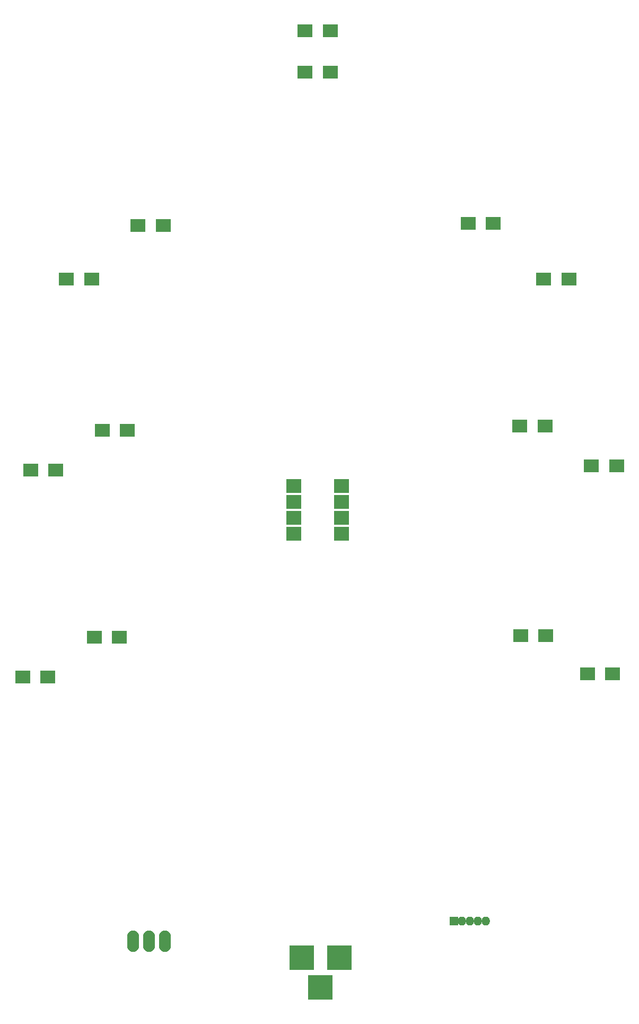
<source format=gbr>
G04 #@! TF.FileFunction,Soldermask,Bot*
%FSLAX46Y46*%
G04 Gerber Fmt 4.6, Leading zero omitted, Abs format (unit mm)*
G04 Created by KiCad (PCBNEW 4.0.6) date Wednesday, September 13, 2017 'PMt' 07:39:43 PM*
%MOMM*%
%LPD*%
G01*
G04 APERTURE LIST*
%ADD10C,0.100000*%
%ADD11R,2.400000X2.180000*%
%ADD12R,2.400000X2.100000*%
%ADD13R,1.400000X1.400000*%
%ADD14O,1.400000X1.400000*%
%ADD15O,1.910000X3.410000*%
%ADD16R,3.900000X3.900000*%
G04 APERTURE END LIST*
D10*
D11*
X99060000Y-97790000D03*
X91440000Y-105410000D03*
X99060000Y-100330000D03*
X91440000Y-102870000D03*
X99060000Y-102870000D03*
X91440000Y-100330000D03*
X99060000Y-105410000D03*
X91440000Y-97790000D03*
D12*
X135350000Y-64770000D03*
X131350000Y-64770000D03*
X49435000Y-95250000D03*
X53435000Y-95250000D03*
X138335000Y-127762000D03*
X142335000Y-127762000D03*
D13*
X116967000Y-167259000D03*
D14*
X118237000Y-167259000D03*
X119507000Y-167259000D03*
X120777000Y-167259000D03*
X122047000Y-167259000D03*
D12*
X55150000Y-64770000D03*
X59150000Y-64770000D03*
X138970000Y-94615000D03*
X142970000Y-94615000D03*
X48165000Y-128270000D03*
X52165000Y-128270000D03*
X123285000Y-55880000D03*
X119285000Y-55880000D03*
X60865000Y-88900000D03*
X64865000Y-88900000D03*
X131667000Y-121666000D03*
X127667000Y-121666000D03*
X66580000Y-56261000D03*
X70580000Y-56261000D03*
X131540000Y-88265000D03*
X127540000Y-88265000D03*
X59595000Y-121920000D03*
X63595000Y-121920000D03*
X93250000Y-31750000D03*
X97250000Y-31750000D03*
D15*
X65786000Y-170434000D03*
X68326000Y-170434000D03*
X70866000Y-170434000D03*
D12*
X93250000Y-25146000D03*
X97250000Y-25146000D03*
D16*
X98679000Y-173101000D03*
X92679000Y-173101000D03*
X95679000Y-177801000D03*
M02*

</source>
